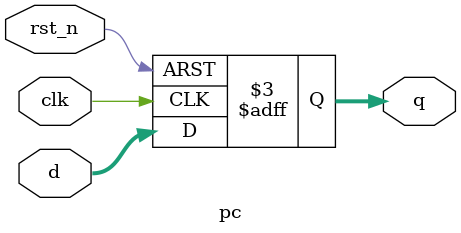
<source format=v>
module pc(clk,rst_n,q,d);
	input clk;
	input rst_n;
	input [31:0]d;
	output reg [31:0] q;
	
	always @(posedge clk or negedge rst_n) begin
		if(~rst_n) begin 
			q<= {32{1'b0}};
		end else 
			q <=d;
		end
endmodule
	
</source>
